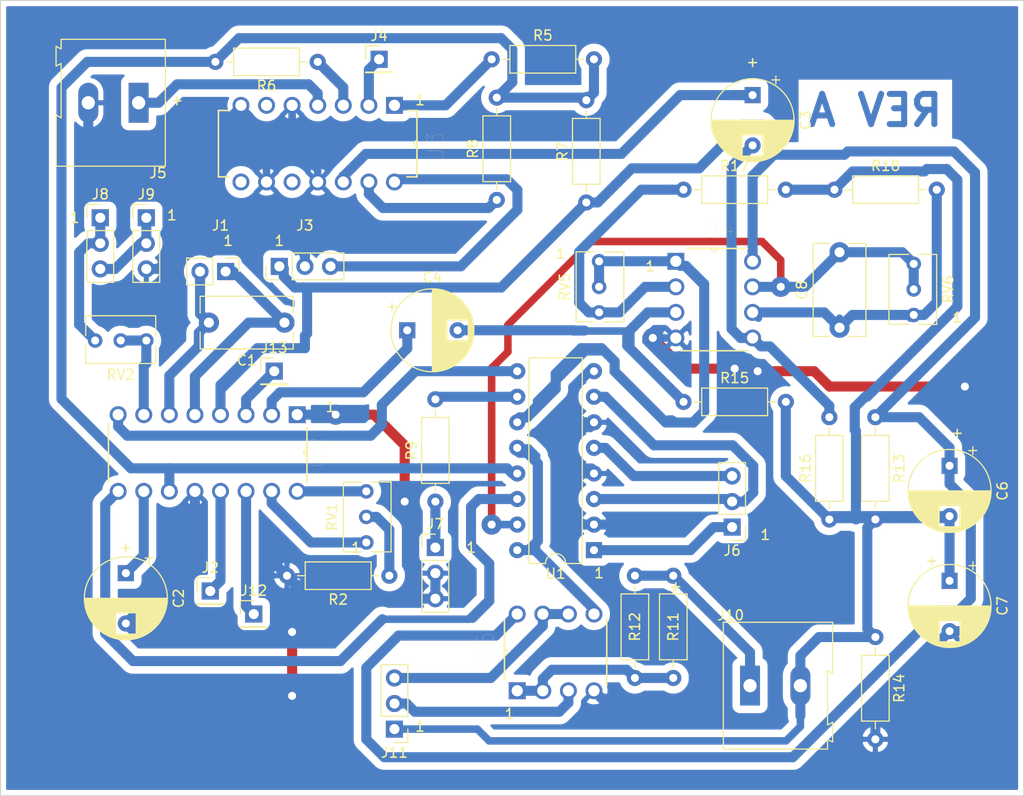
<source format=kicad_pcb>
(kicad_pcb (version 20211014) (generator pcbnew)
  (layers (0 "F.Cu" signal) (31 "B.Cu" signal) (34 "B.Paste" user) (35 "F.Paste" user) (36 "B.SilkS" user "B.Silkscreen") (37 "F.SilkS" user "F.Silkscreen") (38 "B.Mask" user) (39 "F.Mask" user) (44 "Edge.Cuts" user))
  (net 0 "")
  (net 1 "Net-(C1-Pad2)")
  (net 2 "Net-(C1-Pad1)")
  (net 3 "GND")
  (net 4 "Net-(C2-Pad1)")
  (net 5 "Net-(C3-Pad2)")
  (net 6 "Net-(C3-Pad1)")
  (net 7 "Net-(C4-Pad2)")
  (net 8 "Net-(C4-Pad1)")
  (net 9 "Net-(C6-Pad2)")
  (net 10 "Net-(C6-Pad1)")
  (net 11 "Net-(C8-Pad2)")
  (net 12 "Net-(C8-Pad1)")
  (net 13 "Net-(J2-Pad1)")
  (net 14 "Net-(J4-Pad1)")
  (net 15 "Net-(J5-Pad1)")
  (net 16 "Net-(J6-Pad3)")
  (net 17 "Net-(J6-Pad2)")
  (net 18 "Net-(J6-Pad1)")
  (net 19 "Net-(J7-Pad1)")
  (net 20 "Net-(J8-Pad3)")
  (net 21 "Net-(J8-Pad1)")
  (net 22 "Net-(J10-Pad1)")
  (net 23 "Net-(J11-Pad3)")
  (net 24 "Net-(J11-Pad2)")
  (net 25 "Net-(R2-Pad1)")
  (net 26 "Net-(R5-Pad1)")
  (net 27 "Net-(R6-Pad1)")
  (net 28 "Net-(R8-Pad1)")
  (net 29 "Net-(R9-Pad2)")
  (net 30 "Net-(R11-Pad1)")
  (net 31 "Net-(R17-Pad1)")
  (net 32 "Net-(RV1-Pad3)")
  (net 33 "Net-(RV1-Pad1)")
  (net 34 "Net-(RV5-Pad1)")
  (net 35 "Net-(U1-Pad12)")
  (net 36 "Net-(U1-Pad14)")
  (net 37 "Net-(U3-Pad10)")
  (net 38 "Net-(U3-Pad8)")
  (net 39 "Net-(U3-Pad6)")
  (net 40 "Net-(J3-Pad3)")
  (net 41 "Net-(J12-Pad1)")
  (net 42 "Net-(J13-Pad1)")
  (net 43 "Net-(R5-Pad2)")
  (net 44 "Net-(U1-Pad9)")
  (net 45 "Net-(RV2-Pad2)")
  (footprint "Connector_PinHeader_2.54mm:PinHeader_1x01_P2.54mm_Vertical" (layer "F.Cu") (at 140.462 114.808)
    (fp_text reference "J2")
    (fp_text value "WaveA1")
  )
  (footprint "Connector_PinHeader_2.54mm:PinHeader_1x01_P2.54mm_Vertical" (layer "F.Cu") (at 144.78 117.094)
    (fp_text reference "J12")
    (fp_text value "WaveA2")
  )
  (footprint "Connector_PinHeader_2.54mm:PinHeader_1x01_P2.54mm_Vertical" (layer "F.Cu") (at 146.812 92.964)
    (fp_text reference "J13")
    (fp_text value "MO")
  )
  (footprint "Capacitor_THT:C_Disc_D9.0mm_W5.0mm_P7.50mm" (layer "F.Cu") (at 147.828 88.138 180)
    (fp_text reference "C1")
    (fp_text value "100pF")
  )
  (footprint "Capacitor_THT:CP_Radial_D8.0mm_P5.00mm" (layer "F.Cu") (at 132.08 113.03 -90)
    (fp_text reference "C2")
    (fp_text value "10uF")
  )
  (footprint "Capacitor_THT:CP_Radial_D8.0mm_P5.00mm" (layer "F.Cu") (at 194.31 65.532 -90)
    (fp_text reference "C3")
    (fp_text value "10u")
  )
  (footprint "Capacitor_THT:CP_Radial_D8.0mm_P5.00mm" (layer "F.Cu") (at 160.02 88.9)
    (fp_text reference "C4")
    (fp_text value "1u")
  )
  (footprint "Resistor_THT:R_Axial_DIN0207_L6.3mm_D2.5mm_P10.16mm_Horizontal" (layer "F.Cu") (at 202.438 74.93)
    (fp_text reference "R18")
    (fp_text value "10k")
  )
  (footprint "Capacitor_THT:CP_Radial_D8.0mm_P5.00mm" (layer "F.Cu") (at 213.868 102.362 -90)
    (fp_text reference "C6")
    (fp_text value "220uF")
  )
  (footprint "Capacitor_THT:CP_Radial_D8.0mm_P5.00mm" (layer "F.Cu") (at 213.868 113.792 -90)
    (fp_text reference "C7")
    (fp_text value "220uF")
  )
  (footprint "Capacitor_THT:C_Disc_D9.0mm_W5.0mm_P7.50mm" (layer "F.Cu") (at 202.946 88.646 90)
    (fp_text reference "C8")
    (fp_text value "100pF")
  )
  (footprint "Connector_PinHeader_2.54mm:PinHeader_1x02_P2.54mm_Vertical" (layer "F.Cu") (at 141.986 83.058 -90)
    (fp_text reference "J1")
    (fp_text value "FreqRange")
  )
  (footprint "Connector_PinHeader_2.54mm:PinHeader_1x03_P2.54mm_Vertical" (layer "F.Cu") (at 147.32 82.55 90)
    (fp_text reference "J3")
    (fp_text value "12V-GND-5V")
  )
  (footprint "Connector_PinHeader_2.54mm:PinHeader_1x01_P2.54mm_Vertical" (layer "F.Cu") (at 157.226 61.976)
    (fp_text reference "J4")
    (fp_text value "FreqCounterD5 ")
  )
  (footprint "TerminalBlock:TerminalBlock_Altech_AK300-2_P5.00mm" (layer "F.Cu") (at 133.35 66.294 180)
    (fp_text reference "J5")
    (fp_text value "TTL OUT")
  )
  (footprint "Connector_PinHeader_2.54mm:PinHeader_1x03_P2.54mm_Vertical" (layer "F.Cu") (at 192.278 108.458 180)
    (fp_text reference "J6")
    (fp_text value "SIN-TRI-SQU-PWM")
  )
  (footprint "Connector_PinHeader_2.54mm:PinHeader_1x03_P2.54mm_Vertical" (layer "F.Cu") (at 162.814 110.49)
    (fp_text reference "J7")
    (fp_text value "PulseWidth 100k")
  )
  (footprint "Connector_PinHeader_2.54mm:PinHeader_1x03_P2.54mm_Vertical" (layer "F.Cu") (at 129.54 77.724)
    (fp_text reference "J8")
    (fp_text value "FreqCoarse 1M")
  )
  (footprint "Connector_PinHeader_2.54mm:PinHeader_1x03_P2.54mm_Vertical" (layer "F.Cu") (at 134.112 77.724)
    (fp_text reference "J9")
    (fp_text value "FreqFine 10k")
  )
  (footprint "TerminalBlock:TerminalBlock_Altech_AK300-2_P5.00mm" (layer "F.Cu") (at 194.056 124.206)
    (fp_text reference "J10")
    (fp_text value "50 Ohm OUT")
  )
  (footprint "Connector_PinHeader_2.54mm:PinHeader_1x03_P2.54mm_Vertical" (layer "F.Cu") (at 158.75 128.524 180)
    (fp_text reference "J11")
    (fp_text value "OUT Gain 10k")
  )
  (footprint "Resistor_THT:R_Axial_DIN0207_L6.3mm_D2.5mm_P10.16mm_Horizontal" (layer "F.Cu") (at 158.242 113.284 180)
    (fp_text reference "R2")
    (fp_text value "1k")
  )
  (footprint "Resistor_THT:R_Axial_DIN0207_L6.3mm_D2.5mm_P10.16mm_Horizontal" (layer "F.Cu") (at 168.402 61.976)
    (fp_text reference "R5")
    (fp_text value "1k")
  )
  (footprint "Resistor_THT:R_Axial_DIN0207_L6.3mm_D2.5mm_P10.16mm_Horizontal" (layer "F.Cu") (at 151.13 62.23 180)
    (fp_text reference "R6")
    (fp_text value "1k")
  )
  (footprint "Resistor_THT:R_Axial_DIN0207_L6.3mm_D2.5mm_P10.16mm_Horizontal" (layer "F.Cu") (at 177.8 76.2 90)
    (fp_text reference "R7")
    (fp_text value "10k")
  )
  (footprint "Resistor_THT:R_Axial_DIN0207_L6.3mm_D2.5mm_P10.16mm_Horizontal" (layer "F.Cu") (at 168.91 75.946 90)
    (fp_text reference "R8")
    (fp_text value "1k")
  )
  (footprint "Resistor_THT:R_Axial_DIN0207_L6.3mm_D2.5mm_P10.16mm_Horizontal" (layer "F.Cu") (at 162.814 105.918 90)
    (fp_text reference "R9")
    (fp_text value "2k2")
  )
  (footprint "Resistor_THT:R_Axial_DIN0207_L6.3mm_D2.5mm_P10.16mm_Horizontal" (layer "F.Cu") (at 186.436 123.444 90)
    (fp_text reference "R11")
    (fp_text value "100")
  )
  (footprint "Resistor_THT:R_Axial_DIN0207_L6.3mm_D2.5mm_P10.16mm_Horizontal" (layer "F.Cu") (at 182.626 123.444 90)
    (fp_text reference "R12")
    (fp_text value "100")
  )
  (footprint "Resistor_THT:R_Axial_DIN0207_L6.3mm_D2.5mm_P10.16mm_Horizontal" (layer "F.Cu") (at 206.502 97.536 -90)
    (fp_text reference "R13")
    (fp_text value "1k")
  )
  (footprint "Resistor_THT:R_Axial_DIN0207_L6.3mm_D2.5mm_P10.16mm_Horizontal" (layer "F.Cu") (at 206.502 119.38 -90)
    (fp_text reference "R14")
    (fp_text value "1k")
  )
  (footprint "Resistor_THT:R_Axial_DIN0207_L6.3mm_D2.5mm_P10.16mm_Horizontal" (layer "F.Cu") (at 187.452 96.012)
    (fp_text reference "R15")
    (fp_text value "47k")
  )
  (footprint "Resistor_THT:R_Axial_DIN0207_L6.3mm_D2.5mm_P10.16mm_Horizontal" (layer "F.Cu") (at 201.93 107.696 90)
    (fp_text reference "R16")
    (fp_text value "47k")
  )
  (footprint "Potentiometer_THT:Potentiometer_Bourns_3266Y_Vertical" (layer "F.Cu") (at 155.956 104.902 90)
    (fp_text reference "RV1")
    (fp_text value "20k")
  )
  (footprint "Potentiometer_THT:Potentiometer_Bourns_3266Y_Vertical" (layer "F.Cu") (at 179.07 82.042 90)
    (fp_text reference "RV5")
    (fp_text value "20k")
  )
  (footprint "Potentiometer_THT:Potentiometer_Bourns_3266Y_Vertical" (layer "F.Cu") (at 210.312 87.376 -90)
    (fp_text reference "RV6")
    (fp_text value "20k")
  )
  (footprint "Package_DIP:DIP-16_W7.62mm" (layer "F.Cu") (at 178.562 110.744 180)
    (fp_text reference "U1")
    (fp_text value "LTV-847")
  )
  (footprint "XR2206CP-F:DIP254P762X533-16" (layer "F.Cu") (at 131.318 104.902 -90)
    (fp_text reference "U2")
    (fp_text value "XR2206CP-F")
  )
  (footprint "SN74HC14N:DIP254P762X508-14" (layer "F.Cu") (at 143.51 74.168 -90)
    (fp_text reference "U3")
    (fp_text value "74HC14")
  )
  (footprint "NE5532P:DIP254P762X508-8" (layer "F.Cu") (at 194.31 89.662)
    (fp_text reference "U4")
    (fp_text value "NE5532")
  )
  (footprint "NE5532P:DIP254P762X508-8" (layer "F.Cu") (at 178.562 117.094 90)
    (fp_text reference "U5")
    (fp_text value "NE5532")
  )
  (footprint "Resistor_THT:R_Axial_DIN0207_L6.3mm_D2.5mm_P10.16mm_Horizontal" (layer "F.Cu") (at 187.452 74.93)
    (fp_text reference "R17")
    (fp_text value "10k")
  )
  (footprint "Potentiometer_THT:Potentiometer_Bourns_3266Y_Vertical" (layer "F.Cu") (at 129.032 89.916 180)
    (fp_text reference "RV2")
    (fp_text value "50k")
  )
  (gr_line (start 119.634 135.128) (end 119.634 56.134) (layer "Edge.Cuts") (width 0.1))
  (gr_line (start 221.234 135.128) (end 119.634 135.128) (layer "Edge.Cuts") (width 0.1))
  (gr_line (start 221.234 56.134) (end 221.234 135.128) (layer "Edge.Cuts") (width 0.1))
  (gr_line (start 119.634 56.134) (end 221.234 56.134) (layer "Edge.Cuts") (width 0.1))
  (gr_text "REV A" (at 206.502 67.056) (layer "B.Cu") (effects (font (size 3 3) (thickness 0.6)) (justify mirror)))
  (gr_text "+" (at 194.31 62.23) (layer "F.SilkS") (effects (font (size 1 1))))
  (gr_text "+" (at 137.16 66.04) (layer "F.SilkS") (effects (font (size 1 1))))
  (gr_text "1" (at 127 77.724) (layer "F.SilkS") (effects (font (size 1 1))))
  (gr_text "+" (at 186.69 114.3) (layer "F.SilkS") (effects (font (size 1 1))))
  (gr_text "1" (at 161.29 66.04) (layer "F.SilkS") (effects (font (size 1 1))))
  (gr_text "1\n" (at 152.4 96.52) (layer "F.SilkS") (effects (font (size 1 1))))
  (gr_text "1" (at 184.15 82.55) (layer "F.SilkS") (effects (font (size 1 1))))
  (gr_text "1" (at 161.29 128.27) (layer "F.SilkS") (effects (font (size 1 1))))
  (gr_text "1" (at 166.37 110.49) (layer "F.SilkS") (effects (font (size 1 1))))
  (gr_text "1" (at 147.32 80.01) (layer "F.SilkS") (effects (font (size 1 1))))
  (gr_text "1" (at 175.26 81.28) (layer "F.SilkS") (effects (font (size 1 1))))
  (gr_text "+" (at 214.63 99.06) (layer "F.SilkS") (effects (font (size 1 1))))
  (gr_text "+" (at 132.08 110.49) (layer "F.SilkS") (effects (font (size 1 1))))
  (gr_text "1" (at 179.07 113.03) (layer "F.SilkS") (effects (font (size 1 1))))
  (gr_text "1" (at 142.24 80.01) (layer "F.SilkS") (effects (font (size 1 1))))
  (gr_text "1" (at 170.18 127) (layer "F.SilkS") (effects (font (size 1 1))))
  (gr_text "1" (at 136.652 77.47) (layer "F.SilkS") (effects (font (size 1 1))))
  (gr_text "1" (at 195.58 109.22) (layer "F.SilkS") (effects (font (size 1 1))))
  (gr_text "1" (at 214.63 87.63) (layer "F.SilkS") (effects (font (size 1 1))))
  (gr_text "+" (at 212.09 111.76) (layer "F.SilkS") (effects (font (size 1 1))))
  (gr_text "1" (at 154.94 110.49) (layer "F.SilkS") (effects (font (size 1 1))))
  (segment (start 139.446 87.256) (end 140.328 88.138) (width 1) (layer "B.Cu") (net 1))
  (segment (start 140.328 88.138) (end 139.328001 89.137999) (width 1) (layer "B.Cu") (net 1))
  (segment (start 136.398 96.096607) (end 136.398 97.282) (width 1) (layer "B.Cu") (net 1))
  (segment (start 136.398 93.40319) (end 136.398 96.096607) (width 1) (layer "B.Cu") (net 1))
  (segment (start 139.446 83.058) (end 139.446 87.256) (width 1) (layer "B.Cu") (net 1))
  (segment (start 139.328001 89.137999) (end 139.328001 90.473189) (width 1) (layer "B.Cu") (net 1))
  (segment (start 139.328001 90.473189) (end 136.398 93.40319) (width 1) (layer "B.Cu") (net 1))
  (segment (start 142.748 83.058) (end 147.828 88.138) (width 1) (layer "B.Cu") (net 2))
  (segment (start 138.938 93.472) (end 138.938 97.282) (width 1) (layer "B.Cu") (net 2))
  (segment (start 144.272 88.138) (end 138.938 93.472) (width 1) (layer "B.Cu") (net 2))
  (segment (start 141.986 83.058) (end 142.748 83.058) (width 1) (layer "B.Cu") (net 2))
  (segment (start 147.828 88.138) (end 144.272 88.138) (width 1) (layer "B.Cu") (net 2))
  (segment (start 200.419998 92.964) (end 194.818 92.964) (width 1) (layer "F.Cu") (net 3))
  (segment (start 159.766 100.33) (end 159.766 105.918) (width 1) (layer "F.Cu") (net 3))
  (segment (start 201.943998 94.488) (end 200.419998 92.964) (width 1) (layer "F.Cu") (net 3))
  (segment (start 192.532 92.71) (end 187.452 92.71) (width 1) (layer "F.Cu") (net 3))
  (segment (start 148.59 118.872) (end 148.59 125.222) (width 1) (layer "F.Cu") (net 3))
  (segment (start 187.452 92.71) (end 184.404 89.662) (width 1) (layer "F.Cu") (net 3))
  (segment (start 156.718 97.282) (end 159.766 100.33) (width 1) (layer "F.Cu") (net 3))
  (segment (start 215.392 94.488) (end 201.943998 94.488) (width 1) (layer "F.Cu") (net 3))
  (segment (start 152.908 97.282) (end 156.718 97.282) (width 1) (layer "F.Cu") (net 3))
  (via (at 184.404 89.662) (size 2) (drill 0.8) (layers "F.Cu" "B.Cu") (net 3))
  (via (at 192.532 92.71) (size 2) (drill 0.8) (layers "F.Cu" "B.Cu") (net 3))
  (via (at 148.59 118.872) (size 2) (drill 0.8) (layers "F.Cu" "B.Cu") (net 3))
  (via (at 148.59 125.222) (size 2) (drill 0.8) (layers "F.Cu" "B.Cu") (net 3))
  (via (at 194.818 92.964) (size 2) (drill 0.8) (layers "F.Cu" "B.Cu") (net 3))
  (via (at 159.766 105.918) (size 2) (drill 0.8) (layers "F.Cu" "B.Cu") (net 3))
  (via (at 152.908 97.282) (size 2) (drill 0.8) (layers "F.Cu" "B.Cu") (net 3))
  (via (at 215.392 94.488) (size 2) (drill 0.8) (layers "F.Cu" "B.Cu") (net 3))
  (segment (start 184.404 89.662) (end 184.404 89.662) (width 0.75) (layer "B.Cu") (net 3))
  (segment (start 146.558 109.982) (end 146.558 109.982) (width 0.75) (layer "B.Cu") (net 3))
  (segment (start 182.88 108.204) (end 182.88 108.204) (width 1) (layer "B.Cu") (net 3))
  (segment (start 150.114 78.74) (end 150.114 78.74) (width 1) (layer "B.Cu") (net 3))
  (segment (start 128.35 69.274) (end 128.35 66.294) (width 1) (layer "B.Cu") (net 3))
  (segment (start 142.875 69.469) (end 138.938 73.406) (width 1) (layer "B.Cu") (net 3))
  (segment (start 178.201001 98.658999) (end 177.637999 98.658999) (width 0.75) (layer "B.Cu") (net 3))
  (segment (start 143.51 68.834) (end 142.875 69.469) (width 1) (layer "B.Cu") (net 3))
  (segment (start 148.556041 80.043959) (end 148.810041 80.043959) (width 1) (layer "B.Cu") (net 3))
  (segment (start 178.252998 92.964) (end 176.636999 94.579999) (width 0.75) (layer "B.Cu") (net 3))
  (segment (start 187.420001 121.393999) (end 185.803539 121.393999) (width 1) (layer "B.Cu") (net 3))
  (segment (start 143.51 66.548) (end 142.671801 67.386199) (width 0.75) (layer "B.Cu") (net 3))
  (segment (start 185.504607 89.662) (end 184.404 89.662) (width 0.75) (layer "B.Cu") (net 3))
  (segment (start 142.671801 70.180199) (end 140.208 72.644) (width 0.75) (layer "B.Cu") (net 3))
  (segment (start 177.251998 108.204) (end 176.511999 108.943999) (width 1) (layer "B.Cu") (net 3))
  (segment (start 148.59 70.442607) (end 148.59 67.733393) (width 0.75) (layer "B.Cu") (net 3))
  (segment (start 132.08 118.03) (end 133.21137 118.03) (width 0.75) (layer "B.Cu") (net 3))
  (segment (start 188.486001 122.459999) (end 187.420001 121.393999) (width 1) (layer "B.Cu") (net 3))
  (segment (start 218.148021 115.861979) (end 215.218 118.792) (width 1) (layer "B.Cu") (net 3))
  (segment (start 218.148021 61.530019) (end 218.148021 115.861979) (width 1) (layer "B.Cu") (net 3))
  (segment (start 132.879999 118.829999) (end 132.08 118.03) (width 1) (layer "B.Cu") (net 3))
  (segment (start 177.43063 108.204) (end 176.511999 107.285369) (width 1) (layer "B.Cu") (net 3))
  (segment (start 176.511999 107.285369) (end 176.511999 104.042631) (width 1) (layer "B.Cu") (net 3))
  (segment (start 177.577999 102.634001) (end 176.511999 101.568001) (width 1) (layer "B.Cu") (net 3))
  (segment (start 176.636999 107.410369) (end 177.43063 108.204) (width 0.75) (layer "B.Cu") (net 3))
  (segment (start 138.938 73.66) (end 139.192 73.66) (width 1) (layer "B.Cu") (net 3))
  (segment (start 138.938 111.172) (end 132.08 118.03) (width 1) (layer "B.Cu") (net 3))
  (segment (start 150.368 115.57) (end 162.814 115.57) (width 1) (layer "B.Cu") (net 3))
  (segment (start 176.636999 94.579999) (end 176.636999 97.642999) (width 0.75) (layer "B.Cu") (net 3))
  (segment (start 148.082 113.284) (end 148.881999 114.083999) (width 1) (layer "B.Cu") (net 3))
  (segment (start 144.526 78.994) (end 147.574 78.994) (width 1) (layer "B.Cu") (net 3))
  (segment (start 141.732 76.454) (end 144.526 78.994) (width 0.75) (layer "B.Cu") (net 3))
  (segment (start 143.51 66.913538) (end 143.51 66.548) (width 0.75) (layer "B.Cu") (net 3))
  (segment (start 144.526 78.994) (end 147.506081 78.994) (width 0.75) (layer "B.Cu") (net 3))
  (segment (start 148.082 113.284) (end 150.368 115.57) (width 1) (layer "B.Cu") (net 3))
  (segment (start 217.678 61.059998) (end 218.148021 61.530019) (width 1) (layer "B.Cu") (net 3))
  (segment (start 142.671801 67.386199) (end 142.671801 70.180199) (width 0.75) (layer "B.Cu") (net 3))
  (segment (start 149.86 82.55) (end 149.86 81.347919) (width 1) (layer "B.Cu") (net 3))
  (segment (start 206.502 126.158) (end 213.068001 119.591999) (width 1) (layer "B.Cu") (net 3))
  (segment (start 178.562 98.044) (end 178.562 98.298) (width 0.75) (layer "B.Cu") (net 3))
  (segment (start 148.556041 80.043959) (end 147.828 79.315919) (width 1) (layer "B.Cu") (net 3))
  (segment (start 151.13 72.982607) (end 148.59 70.442607) (width 0.75) (layer "B.Cu") (net 3))
  (segment (start 141.664081 76.454) (end 141.732 76.454) (width 1) (layer "B.Cu") (net 3))
  (segment (start 146.558 109.982) (end 146.558 111.76) (width 1) (layer "B.Cu") (net 3))
  (segment (start 146.743999 119.194001) (end 133.244001 119.194001) (width 1) (layer "B.Cu") (net 3))
  (segment (start 178.562 108.204) (end 177.251998 108.204) (width 1) (layer "B.Cu") (net 3))
  (segment (start 186.69 89.662) (end 185.504607 89.662) (width 0.75) (layer "B.Cu") (net 3))
  (segment (start 176.511999 104.042631) (end 177.43063 103.124) (width 1) (layer "B.Cu") (net 3))
  (segment (start 177.43063 98.044) (end 178.562 98.044) (width 1) (layer "B.Cu") (net 3))
  (segment (start 133.244001 119.194001) (end 132.879999 118.829999) (width 1) (layer "B.Cu") (net 3))
  (segment (start 176.636999 112.263461) (end 185.785538 121.412) (width 0.75) (layer "B.Cu") (net 3))
  (segment (start 215.218 118.792) (end 214.99937 118.792) (width 1) (layer "B.Cu") (net 3))
  (segment (start 151.13 74.168) (end 151.13 72.982607) (width 0.75) (layer "B.Cu") (net 3))
  (segment (start 213.068001 119.591999) (end 213.868 118.792) (width 1) (layer "B.Cu") (net 3))
  (segment (start 188.361001 122.519999) (end 188.361001 124.368001) (width 0.75) (layer "B.Cu") (net 3))
  (segment (start 206.502 129.54) (end 206.502 126.158) (width 1) (layer "B.Cu") (net 3))
  (segment (start 142.671801 70.180199) (end 143.16531 69.68669) (width 0.75) (layer "B.Cu") (net 3))
  (segment (start 148.59 67.733393) (end 148.59 66.548) (width 0.75) (layer "B.Cu") (net 3))
  (segment (start 176.511999 98.962631) (end 177.43063 98.044) (width 1) (layer "B.Cu") (net 3))
  (segment (start 148.881999 117.056001) (end 146.743999 119.194001) (width 1) (layer "B.Cu") (net 3))
  (segment (start 179.400199 125.552199) (end 178.562 124.714) (width 0.75) (layer "B.Cu") (net 3))
  (segment (start 176.636999 103.917631) (end 176.636999 107.410369) (width 0.75) (layer "B.Cu") (net 3))
  (segment (start 149.86 81.347919) (end 148.556041 80.043959) (width 1) (layer "B.Cu") (net 3))
  (segment (start 215.998001 59.379999) (end 217.678 61.059998) (width 1) (layer "B.Cu") (net 3))
  (segment (start 147.506081 78.994) (end 149.098 80.518) (width 0.75) (layer "B.Cu") (net 3))
  (segment (start 138.938 73.66) (end 132.842 73.66) (width 1) (layer "B.Cu") (net 3))
  (segment (start 185.785538 121.364128) (end 176.660935 112.239525) (width 1) (layer "B.Cu") (net 3))
  (segment (start 129.032 69.85) (end 128.926 69.85) (width 1) (layer "B.Cu") (net 3))
  (segment (start 139.192 73.66) (end 144.526 78.994) (width 1) (layer "B.Cu") (net 3))
  (segment (start 162.814 113.03) (end 162.814 115.57) (width 1) (layer "B.Cu") (net 3))
  (segment (start 146.05 74.168) (end 146.05 69.453538) (width 0.75) (layer "B.Cu") (net 3))
  (segment (start 146.05 69.453538) (end 143.51 66.913538) (width 0.75) (layer "B.Cu") (net 3))
  (segment (start 178.562 92.81261) (end 178.413 92.66361) (width 1) (layer "B.Cu") (net 3))
  (segment (start 176.636999 102.468999) (end 177.292 103.124) (width 0.75) (layer "B.Cu") (net 3))
  (segment (start 176.636999 107.410369) (end 176.636999 112.263461) (width 0.75) (layer "B.Cu") (net 3))
  (segment (start 178.562 108.204) (end 177.43063 108.204) (width 1) (layer "B.Cu") (net 3))
  (segment (start 178.562 98.298) (end 178.201001 98.658999) (width 0.75) (layer "B.Cu") (net 3))
  (segment (start 187.494003 59.379999) (end 193.858001 59.379999) (width 1) (layer "B.Cu") (net 3))
  (segment (start 138.938 73.66) (end 139.954 73.66) (width 0.75) (layer "B.Cu") (net 3))
  (segment (start 178.562 103.124) (end 178.562 102.87) (width 1) (layer "B.Cu") (net 3))
  (segment (start 148.881999 114.083999) (end 148.881999 117.056001) (width 1) (layer "B.Cu") (net 3))
  (segment (start 188.486001 124.428001) (end 188.486001 122.459999) (width 1) (layer "B.Cu") (net 3))
  (segment (start 149.098 80.518) (end 149.86 81.347919) (width 0.75) (layer "B.Cu") (net 3))
  (segment (start 176.636999 97.642999) (end 177.038 98.044) (width 0.75) (layer "B.Cu") (net 3))
  (segment (start 132.842 73.66) (end 129.032 69.85) (width 1) (layer "B.Cu") (net 3))
  (segment (start 178.562 108.204) (end 182.88 108.204) (width 1) (layer "B.Cu") (net 3))
  (segment (start 176.511999 108.943999) (end 176.511999 112.090589) (width 1) (layer "B.Cu") (net 3))
  (segment (start 178.562 102.87) (end 178.326001 102.634001) (width 1) (layer "B.Cu") (net 3))
  (segment (start 177.405002 69.469) (end 187.494003 59.379999) (width 1) (layer "B.Cu") (net 3))
  (segment (start 185.785538 121.412) (end 185.785538 121.364128) (width 1) (layer "B.Cu") (net 3))
  (segment (start 177.43063 103.124) (end 178.562 103.124) (width 1) (layer "B.Cu") (net 3))
  (segment (start 147.574 78.994) (end 147.828 79.248) (width 1) (layer "B.Cu") (net 3))
  (segment (start 177.038 98.044) (end 177.43063 98.044) (width 0.75) (layer "B.Cu") (net 3))
  (segment (start 148.810041 80.043959) (end 150.114 78.74) (width 1) (layer "B.Cu") (net 3))
  (segment (start 178.562 92.964) (end 178.562 92.81261) (width 1) (layer "B.Cu") (net 3))
  (segment (start 139.954 73.66) (end 140.208 74.676) (width 0.75) (layer "B.Cu") (net 3))
  (segment (start 138.938 73.406) (end 138.938 73.66) (width 1) (layer "B.Cu") (net 3))
  (segment (start 142.875 69.469) (end 177.405002 69.469) (width 1) (layer "B.Cu") (net 3))
  (segment (start 140.208 74.676) (end 141.732 76.454) (width 0.75) (layer "B.Cu") (net 3))
  (segment (start 134.112 82.804) (end 135.314081 82.804) (width 1) (layer "B.Cu") (net 3))
  (segment (start 187.176803 125.552199) (end 179.400199 125.552199) (width 0.75) (layer "B.Cu") (net 3))
  (segment (start 176.636999 99.659999) (end 176.636999 102.468999) (width 0.75) (layer "B.Cu") (net 3))
  (segment (start 178.562 92.964) (end 178.252998 92.964) (width 0.75) (layer "B.Cu") (net 3))
  (segment (start 178.326001 102.634001) (end 177.577999 102.634001) (width 1) (layer "B.Cu") (net 3))
  (segment (start 177.43063 103.124) (end 176.636999 103.917631) (width 0.75) (layer "B.Cu") (net 3))
  (segment (start 178.562 124.714) (end 179.342001 125.494001) (width 1) (layer "B.Cu") (net 3))
  (segment (start 187.420001 125.494001) (end 188.486001 124.428001) (width 1) (layer "B.Cu") (net 3))
  (segment (start 193.858001 59.379999) (end 215.998001 59.379999) (width 1) (layer "B.Cu") (net 3))
  (segment (start 147.828 79.315919) (end 147.828 79.248) (width 1) (layer "B.Cu") (net 3))
  (segment (start 135.314081 82.804) (end 141.664081 76.454) (width 1) (layer "B.Cu") (net 3))
  (segment (start 140.208 72.644) (end 139.954 73.66) (width 0.75) (layer "B.Cu") (net 3))
  (segment (start 177.292 103.124) (end 177.43063 103.124) (width 0.75) (layer "B.Cu") (net 3))
  (segment (start 176.511999 101.568001) (end 176.511999 98.962631) (width 1) (layer "B.Cu") (net 3))
  (segment (start 178.413 92.66361) (end 176.511999 94.564611) (width 1) (layer "B.Cu") (net 3))
  (segment (start 143.51 66.548) (end 143.51 68.834) (width 1) (layer "B.Cu") (net 3))
  (segment (start 138.938 104.902) (end 138.938 111.172) (width 1) (layer "B.Cu") (net 3))
  (segment (start 177.43063 98.044) (end 176.511999 97.125369) (width 1) (layer "B.Cu") (net 3))
  (segment (start 147.574 78.994) (end 149.098 80.518) (width 1) (layer "B.Cu") (net 3))
  (segment (start 185.803539 121.393999) (end 185.785538 121.412) (width 1) (layer "B.Cu") (net 3))
  (segment (start 188.361001 124.368001) (end 187.176803 125.552199) (width 0.75) (layer "B.Cu") (net 3))
  (segment (start 176.511999 97.125369) (end 176.511999 94.564611) (width 1) (layer "B.Cu") (net 3))
  (segment (start 148.59 70.442607) (end 147.039069 70.442607) (width 0.75) (layer "B.Cu") (net 3))
  (segment (start 179.342001 125.494001) (end 187.420001 125.494001) (width 1) (layer "B.Cu") (net 3))
  (segment (start 149.098 97.282) (end 152.908 97.282) (width 1) (layer "B.Cu") (net 3))
  (segment (start 146.558 111.76) (end 148.082 113.284) (width 1) (layer "B.Cu") (net 3))
  (segment (start 215.307334 118.792) (end 214.99937 118.792) (width 0.75) (layer "B.Cu") (net 3))
  (segment (start 214.99937 118.792) (end 213.868 118.792) (width 1) (layer "B.Cu") (net 3))
  (segment (start 147.039069 70.442607) (end 146.05 69.453538) (width 0.75) (layer "B.Cu") (net 3))
  (segment (start 128.926 69.85) (end 128.35 69.274) (width 1) (layer "B.Cu") (net 3))
  (segment (start 177.637999 98.658999) (end 176.636999 99.659999) (width 0.75) (layer "B.Cu") (net 3))
  (segment (start 132.08 113.03) (end 133.858 111.252) (width 1) (layer "B.Cu") (net 4))
  (segment (start 133.858 111.252) (end 133.858 104.902) (width 1) (layer "B.Cu") (net 4))
  (segment (start 195.148199 90.500199) (end 196.025569 90.500199) (width 1) (layer "B.Cu") (net 5))
  (segment (start 192.221799 88.759192) (end 193.124607 89.662) (width 1) (layer "B.Cu") (net 5))
  (segment (start 194.31 89.662) (end 195.148199 90.500199) (width 1) (layer "B.Cu") (net 5))
  (segment (start 201.93 96.40463) (end 201.93 97.536) (width 1) (layer "B.Cu") (net 5))
  (segment (start 194.31 70.532) (end 192.221799 72.620201) (width 1) (layer "B.Cu") (net 5))
  (segment (start 196.025569 90.500199) (end 201.93 96.40463) (width 1) (layer "B.Cu") (net 5))
  (segment (start 193.124607 89.662) (end 194.31 89.662) (width 1) (layer "B.Cu") (net 5))
  (segment (start 194.0304 89.662) (end 194.31 89.662) (width 0.75) (layer "B.Cu") (net 5))
  (segment (start 192.221799 72.620201) (end 192.221799 88.759192) (width 1) (layer "B.Cu") (net 5))
  (segment (start 187.124483 65.532) (end 194.31 65.532) (width 1) (layer "B.Cu") (net 6))
  (segment (start 181.282483 71.374) (end 187.124483 65.532) (width 1) (layer "B.Cu") (net 6))
  (segment (start 153.67 73.8884) (end 153.67 74.168) (width 0.75) (layer "B.Cu") (net 6))
  (segment (start 155.913462 71.374) (end 181.282483 71.374) (width 1) (layer "B.Cu") (net 6))
  (segment (start 194.31 65.532) (end 192.3847 65.532) (width 0.75) (layer "B.Cu") (net 6))
  (segment (start 194.31 65.532) (end 192.51 65.532) (width 1) (layer "B.Cu") (net 6))
  (segment (start 153.67 74.168) (end 153.67 73.617462) (width 1) (layer "B.Cu") (net 6))
  (segment (start 153.67 73.617462) (end 155.913462 71.374) (width 1) (layer "B.Cu") (net 6))
  (segment (start 165.02 88.9) (end 176.539133 88.9) (width 1) (layer "B.Cu") (net 7))
  (segment (start 165.02 88.9) (end 165.0966 88.9766) (width 0.75) (layer "B.Cu") (net 7))
  (segment (start 181.864 89.167998) (end 181.864 90.424) (width 1) (layer "B.Cu") (net 7))
  (segment (start 184.0813 87.122) (end 186.69 87.122) (width 0.75) (layer "B.Cu") (net 7))
  (segment (start 176.567123 88.92799) (end 177.6226 88.92799) (width 1) (layer "B.Cu") (net 7))
  (segment (start 181.864 90.424) (end 186.652001 95.212001) (width 1) (layer "B.Cu") (net 7))
  (segment (start 183.909998 87.122) (end 181.864 89.167998) (width 1) (layer "B.Cu") (net 7))
  (segment (start 165.0966 88.9766) (end 182.2267 88.9766) (width 0.75) (layer "B.Cu") (net 7))
  (segment (start 176.539133 88.9) (end 176.567123 88.92799) (width 1) (layer "B.Cu") (net 7))
  (segment (start 186.69 87.122) (end 183.909998 87.122) (width 1) (layer "B.Cu") (net 7))
  (segment (start 187.452 96.012) (end 182.2267 90.7867) (width 0.75) (layer "B.Cu") (net 7))
  (segment (start 182.2267 90.7867) (end 182.2267 88.9766) (width 0.75) (layer "B.Cu") (net 7))
  (segment (start 186.652001 95.212001) (end 187.452 96.012) (width 1) (layer "B.Cu") (net 7))
  (segment (start 182.2267 88.9766) (end 184.0813 87.122) (width 0.75) (layer "B.Cu") (net 7))
  (segment (start 146.558 97.282) (end 146.558 95.895598) (width 1) (layer "B.Cu") (net 8))
  (segment (start 146.558 95.895598) (end 147.389597 95.064001) (width 1) (layer "B.Cu") (net 8))
  (segment (start 155.655999 95.064001) (end 160.02 90.7) (width 1) (layer "B.Cu") (net 8))
  (segment (start 147.389597 95.064001) (end 155.655999 95.064001) (width 1) (layer "B.Cu") (net 8))
  (segment (start 160.02 90.7) (end 160.02 88.9) (width 1) (layer "B.Cu") (net 8))
  (segment (start 197.634898 129.69299) (end 168.148 129.69299) (width 0.75) (layer "B.Cu") (net 9))
  (segment (start 205.702001 118.580001) (end 206.502 119.38) (width 1) (layer "B.Cu") (net 9))
  (segment (start 213.868 107.696) (end 213.868 113.792) (width 0.75) (layer "B.Cu") (net 9))
  (segment (start 200.902 119.38) (end 199.056 121.226) (width 1) (layer "B.Cu") (net 9))
  (segment (start 213.868 107.696) (end 208.4273 107.696) (width 0.75) (layer "B.Cu") (net 9))
  (segment (start 213.868 113.792) (end 213.868 107.362) (width 1) (layer "B.Cu") (net 9))
  (segment (start 207.4647 107.696) (end 208.4273 107.696) (width 0.75) (layer "B.Cu") (net 9))
  (segment (start 204.2509 73.1171) (end 211.376898 73.1171) (width 1) (layer "B.Cu") (net 9))
  (segment (start 202.574 119.38) (end 206.502 119.38) (width 0.75) (layer "B.Cu") (net 9))
  (segment (start 204.5732 107.696) (end 204.5732 98.9092) (width 1) (layer "B.Cu") (net 9))
  (segment (start 199.056 127.186) (end 199.056 128.271888) (width 0.75) (layer "B.Cu") (net 9))
  (segment (start 158.778211 128.552211) (end 158.75 128.524) (width 1) (layer "B.Cu") (net 9))
  (segment (start 204.3759 72.9921) (end 202.438 74.93) (width 0.75) (layer "B.Cu") (net 9))
  (segment (start 168.148 129.69299) (end 166.97901 128.524) (width 0.75) (layer "B.Cu") (net 9))
  (segment (start 214.648001 86.533118) (end 205.69512 95.485999) (width 1) (layer "B.Cu") (net 9))
  (segment (start 211.376898 73.1171) (end 211.613999 72.879999) (width 1) (layer "B.Cu") (net 9))
  (segment (start 204.5732 107.696) (end 204.5732 96.6717) (width 0.75) (layer "B.Cu") (net 9))
  (segment (start 199.056 121.226) (end 199.056 124.206) (width 1) (layer "B.Cu") (net 9))
  (segment (start 213.582001 72.879999) (end 214.648001 73.945999) (width 1) (layer "B.Cu") (net 9))
  (segment (start 214.648001 73.945999) (end 214.648001 86.533118) (width 1) (layer "B.Cu") (net 9))
  (segment (start 197.612 96.012) (end 197.612 103.378) (width 1) (layer "B.Cu") (net 9))
  (segment (start 199.056 124.54) (end 199.056 121.158) (width 0.75) (layer "B.Cu") (net 9))
  (segment (start 202.264 107.362) (end 201.93 107.696) (width 1) (layer "B.Cu") (net 9))
  (segment (start 205.702001 108.495999) (end 205.702001 118.580001) (width 1) (layer "B.Cu") (net 9))
  (segment (start 199.056 128.271888) (end 197.634898 129.69299) (width 0.75) (layer "B.Cu") (net 9))
  (segment (start 206.502 107.696) (end 205.702001 108.495999) (width 1) (layer "B.Cu") (net 9))
  (segment (start 205.69512 95.485999) (end 205.517999 95.485999) (width 1) (layer "B.Cu") (net 9))
  (segment (start 213.868 107.362) (end 213.868 107.696) (width 0.75) (layer "B.Cu") (net 9))
  (segment (start 166.97901 128.524) (end 158.75 128.524) (width 0.75) (layer "B.Cu") (net 9))
  (segment (start 213.868 107.362) (end 202.264 107.362) (width 1) (layer "B.Cu") (net 9))
  (segment (start 199.056 124.206) (end 199.056 127.186) (width 1) (layer "B.Cu") (net 9))
  (segment (start 202.438 74.93) (end 204.2509 73.1171) (width 1) (layer "B.Cu") (net 9))
  (segment (start 207.4647 107.696) (end 206.502 107.696) (width 0.75) (layer "B.Cu") (net 9))
  (segment (start 204.451999 98.787999) (end 204.451999 96.551999) (width 1) (layer "B.Cu") (net 9))
  (segment (start 211.613999 72.879999) (end 213.582001 72.879999) (width 1) (layer "B.Cu") (net 9))
  (segment (start 206.502 107.696) (end 204.5732 107.696) (width 0.75) (layer "B.Cu") (net 9))
  (segment (start 204.5732 107.696) (end 201.93 107.696) (width 0.75) (layer "B.Cu") (net 9))
  (segment (start 206.502 119.38) (end 200.902 119.38) (width 1) (layer "B.Cu") (net 9))
  (segment (start 197.612 103.378) (end 201.93 107.696) (width 1) (layer "B.Cu") (net 9))
  (segment (start 204.5732 98.9092) (end 204.451999 98.787999) (width 1) (layer "B.Cu") (net 9))
  (segment (start 205.517999 95.485999) (end 204.451999 96.551999) (width 1) (layer "B.Cu") (net 9))
  (segment (start 197.612 74.93) (end 202.438 74.93) (width 1) (layer "B.Cu") (net 9))
  (segment (start 213.868 102.362) (end 213.868 100.4367) (width 0.75) (layer "B.Cu") (net 10))
  (segment (start 145.7296 90.7161) (end 141.478 94.9677) (width 0.75) (layer "B.Cu") (net 10))
  (segment (start 203.763124 71.129989) (end 214.306878 71.129989) (width 1) (layer "B.Cu") (net 10))
  (segment (start 213.868 100.562) (end 213.868 102.362) (width 1) (layer "B.Cu") (net 10))
  (segment (start 149.791999 84.650001) (end 169.349999 84.650001) (width 1) (layer "B.Cu") (net 10))
  (segment (start 213.868 104.162) (end 215.9793 106.2733) (width 1) (layer "B.Cu") (net 10))
  (segment (start 212.883999 116.741999) (end 212.056999 117.568999) (width 1) (layer "B.Cu") (net 10))
  (segment (start 210.842 97.536) (end 213.868 100.562) (width 1) (layer "B.Cu") (net 10))
  (segment (start 168.80489 119.23111) (end 170.942 117.094) (width 1) (layer "B.Cu") (net 10))
  (segment (start 195.294001 68.481999) (end 196.360001 69.547999) (width 1) (layer "B.Cu") (net 10))
  (segment (start 145.147998 90.678) (end 149.86 90.678) (width 1) (layer "B.Cu") (net 10))
  (segment (start 149.86 89.436002) (end 150.078001 89.218001) (width 1) (layer "B.Cu") (net 10))
  (segment (start 169.349999 84.650001) (end 177.000001 76.999999) (width 1) (layer "B.Cu") (net 10))
  (segment (start 206.502 97.536) (end 210.842 97.536) (width 1) (layer "B.Cu") (net 10))
  (segment (start 150.078001 84.936003) (end 149.791999 84.650001) (width 1) (layer "B.Cu") (net 10))
  (segment (start 215.9793 115.555814) (end 214.793115 116.741999) (width 1) (layer "B.Cu") (net 10))
  (segment (start 147.574 82.55) (end 147.759999 82.735999) (width 1) (layer "B.Cu") (net 10))
  (segment (start 216.398011 87.639989) (end 207.301999 96.736001) (width 1) (layer "B.Cu") (net 10))
  (segment (start 141.478 94.9677) (end 141.478 97.282) (width 0.75) (layer "B.Cu") (net 10))
  (segment (start 212.056999 117.568999) (end 212.056999 117.635001) (width 1) (layer "B.Cu") (net 10))
  (segment (start 177.8 76.2) (end 178.93137 76.2) (width 1) (layer "B.Cu") (net 10))
  (segment (start 207.301999 96.736001) (end 206.502 97.536) (width 1) (layer "B.Cu") (net 10))
  (segment (start 194.31 82.042) (end 194.31 73.566002) (width 1) (layer "B.Cu") (net 10))
  (segment (start 194.31 73.424) (end 194.31 82.042) (width 0.75) (layer "B.Cu") (net 10))
  (segment (start 141.478 97.282) (end 141.478 94.347998) (width 1) (layer "B.Cu") (net 10))
  (segment (start 150.078001 89.218001) (end 150.078001 84.936003) (width 1) (layer "B.Cu") (net 10))
  (segment (start 196.2771 69.7627) (end 196.2771 71.4569) (width 0.75) (layer "B.Cu") (net 10))
  (segment (start 147.32 82.55) (end 147.574 82.55) (width 1) (layer "B.Cu") (net 10))
  (segment (start 188.996288 72.81171) (end 193.325999 68.481999) (width 1) (layer "B.Cu") (net 10))
  (segment (start 147.759999 82.735999) (end 147.759999 83.558001) (width 1) (layer "B.Cu") (net 10))
  (segment (start 213.868 102.362) (end 213.868 104.162) (width 1) (layer "B.Cu") (net 10))
  (segment (start 194.31 80.856607) (end 194.31 82.042) (width 1) (layer "B.Cu") (net 10))
  (segment (start 215.9793 106.2733) (end 215.9793 115.555814) (width 1) (layer "B.Cu") (net 10))
  (segment (start 196.2771 71.4569) (end 203.436213 71.4569) (width 1) (layer "B.Cu") (net 10))
  (segment (start 147.759999 83.558001) (end 148.851999 84.650001) (width 1) (layer "B.Cu") (net 10))
  (segment (start 178.93137 76.2) (end 182.31966 72.81171) (width 1) (layer "B.Cu") (net 10))
  (segment (start 214.793115 116.741999) (end 212.883999 116.741999) (width 1) (layer "B.Cu") (net 10))
  (segment (start 148.851999 84.650001) (end 149.791999 84.650001) (width 1) (layer "B.Cu") (net 10))
  (segment (start 177.000001 76.999999) (end 177.8 76.2) (width 1) (layer "B.Cu") (net 10))
  (segment (start 196.360001 69.547999) (end 196.360001 71.516001) (width 1) (layer "B.Cu") (net 10))
  (segment (start 170.942 117.094) (end 168.9294 119.1066) (width 0.75) (layer "B.Cu") (net 10))
  (segment (start 149.86 90.678) (end 149.86 89.436002) (width 1) (layer "B.Cu") (net 10))
  (segment (start 194.31 73.566002) (end 196.508912 71.36709) (width 1) (layer "B.Cu") (net 10))
  (segment (start 194.31 73.566002) (end 194.31 80.856607) (width 1) (layer "B.Cu") (net 10))
  (segment (start 182.31966 72.81171) (end 188.996288 72.81171) (width 1) (layer "B.Cu") (net 10))
  (segment (start 155.956 129.54) (end 157.734 131.318) (width 1) (layer "B.Cu") (net 10))
  (segment (start 216.398011 73.221122) (end 216.398011 87.639989) (width 1) (layer "B.Cu") (net 10))
  (segment (start 198.307998 131.318) (end 212.056999 117.568999) (width 1) (layer "B.Cu") (net 10))
  (segment (start 155.956 122.428) (end 159.15289 119.23111) (width 1) (layer "B.Cu") (net 10))
  (segment (start 159.15289 119.23111) (end 159.2774 119.23111) (width 1) (layer "B.Cu") (net 10))
  (segment (start 203.436213 71.4569) (end 203.763124 71.129989) (width 1) (layer "B.Cu") (net 10))
  (segment (start 214.306878 71.129989) (end 216.398011 73.221122) (width 1) (layer "B.Cu") (net 10))
  (segment (start 159.2774 119.1066) (end 155.956 122.428) (width 0.75) (layer "B.Cu") (net 10))
  (segment (start 168.9294 119.1066) (end 159.2774 119.1066) (width 0.75) (layer "B.Cu") (net 10))
  (segment (start 155.956 122.428) (end 155.956 129.54) (width 1) (layer "B.Cu") (net 10))
  (segment (start 159.15289 119.23111) (end 168.80489 119.23111) (width 1) (layer "B.Cu") (net 10))
  (segment (start 196.360001 71.516001) (end 194.31 73.566002) (width 1) (layer "B.Cu") (net 10))
  (segment (start 157.734 131.318) (end 198.307998 131.318) (width 1) (layer "B.Cu") (net 10))
  (segment (start 148.2603 90.7161) (end 145.7296 90.7161) (width 0.75) (layer "B.Cu") (net 10))
  (segment (start 141.478 94.347998) (end 145.147998 90.678) (width 1) (layer "B.Cu") (net 10))
  (segment (start 196.2771 71.4569) (end 194.31 73.424) (width 0.75) (layer "B.Cu") (net 10))
  (segment (start 193.325999 68.481999) (end 195.294001 68.481999) (width 1) (layer "B.Cu") (net 10))
  (segment (start 197.104 84.582) (end 197.104 81.930462) (width 0.75) (layer "F.Cu") (net 11))
  (segment (start 178.302599 80.078799) (end 170.018 88.363398) (width 0.75) (layer "F.Cu") (net 11))
  (segment (start 197.104 81.930462) (end 195.252337 80.078799) (width 0.75) (layer "F.Cu") (net 11))
  (segment (start 168.402 108.204) (end 168.402 92.655) (width 0.75) (layer "F.Cu") (net 11))
  (segment (start 170.018 88.363398) (end 170.018 91.039) (width 0.75) (layer "F.Cu") (net 11))
  (segment (start 168.402 92.655) (end 170.018 91.039) (width 0.75) (layer "F.Cu") (net 11))
  (segment (start 195.252337 80.078799) (end 178.302599 80.078799) (width 0.75) (layer "F.Cu") (net 11))
  (via (at 197.104 84.582) (size 2) (drill 0.8) (layers "F.Cu" "B.Cu") (net 11))
  (via (at 168.402 108.204) (size 2) (drill 0.8) (layers "F.Cu" "B.Cu") (net 11))
  (segment (start 209.162 81.146) (end 210.312 82.296) (width 1) (layer "B.Cu") (net 11))
  (segment (start 194.31 84.582) (end 199.51 84.582) (width 1) (layer "B.Cu") (net 11))
  (segment (start 210.312 82.296) (end 210.312 84.836) (width 1) (layer "B.Cu") (net 11))
  (segment (start 202.946 81.146) (end 209.162 81.146) (width 1) (layer "B.Cu") (net 11))
  (segment (start 199.51 84.582) (end 202.946 81.146) (width 1) (layer "B.Cu") (net 11))
  (segment (start 194.31 84.582) (end 197.104 84.582) (width 0.75) (layer "B.Cu") (net 11))
  (segment (start 170.942 108.204) (end 168.402 108.204) (width 0.75) (layer "B.Cu") (net 11))
  (segment (start 194.8864 87.6984) (end 194.31 87.122) (width 0.75) (layer "B.Cu") (net 12))
  (segment (start 201.422 87.122) (end 202.946 88.646) (width 1) (layer "B.Cu") (net 12))
  (segment (start 204.216 87.376) (end 202.946 88.646) (width 1) (layer "B.Cu") (net 12))
  (segment (start 212.598 74.93) (end 212.598 86.108233) (width 1) (layer "B.Cu") (net 12))
  (segment (start 194.31 87.122) (end 201.422 87.122) (width 1) (layer "B.Cu") (net 12))
  (segment (start 211.330233 87.376) (end 210.312 87.376) (width 1) (layer "B.Cu") (net 12))
  (segment (start 210.312 87.376) (end 204.216 87.376) (width 1) (layer "B.Cu") (net 12))
  (segment (start 202.946 88.646) (end 202.946 87.6984) (width 0.75) (layer "B.Cu") (net 12))
  (segment (start 212.598 86.108233) (end 211.330233 87.376) (width 1) (layer "B.Cu") (net 12))
  (segment (start 210.312 87.376) (end 209.9896 87.6984) (width 0.75) (layer "B.Cu") (net 12))
  (segment (start 141.478 104.902) (end 141.478 113.792) (width 1) (layer "B.Cu") (net 13))
  (segment (start 141.478 113.792) (end 140.462 114.808) (width 1) (layer "B.Cu") (net 13))
  (segment (start 156.21 62.992) (end 156.21 66.548) (width 1) (layer "B.Cu") (net 14))
  (segment (start 157.226 61.976) (end 156.21 62.992) (width 1) (layer "B.Cu") (net 14))
  (segment (start 135.34 66.294) (end 137.174201 64.459799) (width 1) (layer "B.Cu") (net 15))
  (segment (start 137.174201 64.459799) (end 150.227192 64.459799) (width 1) (layer "B.Cu") (net 15))
  (segment (start 150.227192 64.459799) (end 151.13 65.362607) (width 1) (layer "B.Cu") (net 15))
  (segment (start 133.35 66.294) (end 135.34 66.294) (width 1) (layer "B.Cu") (net 15))
  (segment (start 151.13 65.362607) (end 151.13 66.548) (width 1) (layer "B.Cu") (net 15))
  (segment (start 182.48737 103.378) (end 191.075919 103.378) (width 1) (layer "B.Cu") (net 16))
  (segment (start 178.562 100.584) (end 179.69337 100.584) (width 1) (layer "B.Cu") (net 16))
  (segment (start 179.69337 100.584) (end 182.48737 103.378) (width 1) (layer "B.Cu") (net 16))
  (segment (start 191.075919 103.378) (end 192.278 103.378) (width 1) (layer "B.Cu") (net 16))
  (segment (start 192.338002 100.33) (end 194.378001 102.369999) (width 1) (layer "B.Cu") (net 17))
  (segment (start 194.378001 102.369999) (end 194.378001 105.02008) (width 1) (layer "B.Cu") (net 17))
  (segment (start 184.51937 100.33) (end 192.338002 100.33) (width 1) (layer "B.Cu") (net 17))
  (segment (start 193.480081 105.918) (end 192.278 105.918) (width 1) (layer "B.Cu") (net 17))
  (segment (start 179.69337 95.504) (end 184.51937 100.33) (width 1) (layer "B.Cu") (net 17))
  (segment (start 179.69337 95.504) (end 178.562 95.504) (width 1) (layer "B.Cu") (net 17))
  (segment (start 192.024 105.664) (end 192.278 105.918) (width 1) (layer "B.Cu") (net 17))
  (segment (start 194.378001 105.02008) (end 193.480081 105.918) (width 1) (layer "B.Cu") (net 17))
  (segment (start 178.562 105.664) (end 192.024 105.664) (width 1) (layer "B.Cu") (net 17))
  (segment (start 190.428 108.458) (end 188.142 110.744) (width 1) (layer "B.Cu") (net 18))
  (segment (start 180.362 110.744) (end 178.562 110.744) (width 1) (layer "B.Cu") (net 18))
  (segment (start 188.142 110.744) (end 180.362 110.744) (width 1) (layer "B.Cu") (net 18))
  (segment (start 192.278 108.458) (end 190.428 108.458) (width 1) (layer "B.Cu") (net 18))
  (segment (start 162.814 105.918) (end 162.814 110.49) (width 1) (layer "B.Cu") (net 19))
  (segment (start 130.742081 82.804) (end 129.54 82.804) (width 1) (layer "B.Cu") (net 20))
  (segment (start 134.112 80.264) (end 133.543998 80.264) (width 1) (layer "B.Cu") (net 20))
  (segment (start 131.003998 82.804) (end 130.742081 82.804) (width 1) (layer "B.Cu") (net 20))
  (segment (start 133.543998 80.264) (end 131.003998 82.804) (width 1) (layer "B.Cu") (net 20))
  (segment (start 134.112 77.724) (end 134.112 80.264) (width 1) (layer "B.Cu") (net 20))
  (segment (start 128.337919 80.264) (end 127.439999 81.16192) (width 1) (layer "B.Cu") (net 21))
  (segment (start 127.439999 81.16192) (end 127.439999 88.323999) (width 1) (layer "B.Cu") (net 21))
  (segment (start 129.54 77.724) (end 129.54 80.264) (width 1) (layer "B.Cu") (net 21))
  (segment (start 129.54 80.264) (end 128.337919 80.264) (width 1) (layer "B.Cu") (net 21))
  (segment (start 127.439999 88.323999) (end 128.312001 89.196001) (width 1) (layer "B.Cu") (net 21))
  (segment (start 128.312001 89.196001) (end 129.032 89.916) (width 1) (layer "B.Cu") (net 21))
  (segment (start 194.056 120.904) (end 186.436 113.284) (width 1) (layer "B.Cu") (net 22))
  (segment (start 194.056 124.206) (end 194.056 120.904) (width 1) (layer "B.Cu") (net 22))
  (segment (start 194.056 120.904) (end 194.056 121.158) (width 0.75) (layer "B.Cu") (net 22))
  (segment (start 186.436 113.284) (end 182.626 113.284) (width 1) (layer "B.Cu") (net 22))
  (segment (start 168.317393 123.444) (end 173.482 118.279393) (width 1) (layer "B.Cu") (net 23))
  (segment (start 173.482 117.094) (end 176.022 117.094) (width 1) (layer "B.Cu") (net 23))
  (segment (start 158.75 123.444) (end 168.317393 123.444) (width 1) (layer "B.Cu") (net 23))
  (segment (start 173.482 118.279393) (end 173.482 117.094) (width 1) (layer "B.Cu") (net 23))
  (segment (start 159.952081 125.984) (end 158.75 125.984) (width 1) (layer "B.Cu") (net 24))
  (segment (start 176.022 125.899393) (end 175.119192 126.802201) (width 1) (layer "B.Cu") (net 24))
  (segment (start 176.022 124.714) (end 176.022 125.899393) (width 1) (layer "B.Cu") (net 24))
  (segment (start 160.770282 126.802201) (end 159.952081 125.984) (width 1) (layer "B.Cu") (net 24))
  (segment (start 175.119192 126.802201) (end 160.770282 126.802201) (width 1) (layer "B.Cu") (net 24))
  (segment (start 155.956 107.442) (end 156.974233 107.442) (width 1) (layer "B.Cu") (net 25))
  (segment (start 156.974233 107.442) (end 158.242 108.709767) (width 1) (layer "B.Cu") (net 25))
  (segment (start 158.242 112.15263) (end 158.242 113.284) (width 1) (layer "B.Cu") (net 25))
  (segment (start 158.242 108.709767) (end 158.242 112.15263) (width 1) (layer "B.Cu") (net 25))
  (segment (start 163.83 66.548) (end 168.402 61.976) (width 1) (layer "B.Cu") (net 26))
  (segment (start 158.75 66.548) (end 163.83 66.548) (width 1) (layer "B.Cu") (net 26))
  (segment (start 151.13 62.23) (end 153.67 64.77) (width 1) (layer "B.Cu") (net 27))
  (segment (start 153.67 64.77) (end 153.67 66.548) (width 1) (layer "B.Cu") (net 27))
  (segment (start 156.21 74.4228) (end 156.21 74.168) (width 0.75) (layer "B.Cu") (net 28))
  (segment (start 157.602606 76.745999) (end 168.110001 76.745999) (width 1) (layer "B.Cu") (net 28))
  (segment (start 156.21 75.353393) (end 157.602606 76.745999) (width 1) (layer "B.Cu") (net 28))
  (segment (start 168.91 75.946) (end 168.7244 76.1316) (width 0.75) (layer "B.Cu") (net 28))
  (segment (start 168.110001 76.745999) (end 168.91 75.946) (width 1) (layer "B.Cu") (net 28))
  (segment (start 156.21 74.168) (end 156.21 75.353393) (width 1) (layer "B.Cu") (net 28))
  (segment (start 163.068 95.504) (end 162.814 95.758) (width 1) (layer "B.Cu") (net 29))
  (segment (start 170.942 95.504) (end 163.068 95.504) (width 1) (layer "B.Cu") (net 29))
  (segment (start 181.826001 122.644001) (end 182.626 123.444) (width 1) (layer "B.Cu") (net 30))
  (segment (start 181.807799 122.625799) (end 181.826001 122.644001) (width 1) (layer "B.Cu") (net 30))
  (segment (start 170.942 124.714) (end 173.482 124.714) (width 1) (layer "B.Cu") (net 30))
  (segment (start 173.482 123.528607) (end 174.384808 122.625799) (width 1) (layer "B.Cu") (net 30))
  (segment (start 182.626 123.444) (end 186.436 123.444) (width 1) (layer "B.Cu") (net 30))
  (segment (start 173.482 124.714) (end 173.482 123.528607) (width 1) (layer "B.Cu") (net 30))
  (segment (start 174.384808 122.625799) (end 181.807799 122.625799) (width 1) (layer "B.Cu") (net 30))
  (segment (start 181.356 86.868) (end 181.1035 87.122) (width 0.75) (layer "B.Cu") (net 31))
  (segment (start 186.32063 74.93) (end 187.452 74.93) (width 1) (layer "B.Cu") (net 31))
  (segment (start 178.051767 87.122) (end 177.099999 86.170232) (width 1) (layer "B.Cu") (net 31))
  (segment (start 179.07 87.122) (end 178.051767 87.122) (width 1) (layer "B.Cu") (net 31))
  (segment (start 181.991 86.233) (end 181.102 87.122) (width 1) (layer "B.Cu") (net 31))
  (segment (start 183.642 84.582) (end 181.991 86.233) (width 1) (layer "B.Cu") (net 31))
  (segment (start 177.099999 86.170232) (end 177.099999 81.096399) (width 1) (layer "B.Cu") (net 31))
  (segment (start 181.991 86.233) (end 181.356 86.868) (width 1) (layer "B.Cu") (net 31))
  (segment (start 181.102 87.122) (end 179.07 87.122) (width 1) (layer "B.Cu") (net 31))
  (segment (start 177.099999 81.096399) (end 183.266398 74.93) (width 1) (layer "B.Cu") (net 31))
  (segment (start 186.69 84.582) (end 183.642 84.582) (width 1) (layer "B.Cu") (net 31))
  (segment (start 183.266398 74.93) (end 186.32063 74.93) (width 1) (layer "B.Cu") (net 31))
  (segment (start 181.1035 87.122) (end 179.07 87.122) (width 0.75) (layer "B.Cu") (net 31))
  (segment (start 154.937767 109.982) (end 155.956 109.982) (width 1) (layer "B.Cu") (net 32))
  (segment (start 146.558 106.087393) (end 150.452607 109.982) (width 1) (layer "B.Cu") (net 32))
  (segment (start 146.558 104.902) (end 146.558 106.087393) (width 1) (layer "B.Cu") (net 32))
  (segment (start 150.452607 109.982) (end 154.937767 109.982) (width 1) (layer "B.Cu") (net 32))
  (segment (start 149.098 104.902) (end 155.956 104.902) (width 1) (layer "B.Cu") (net 33))
  (segment (start 188.436001 98.062001) (end 185.692001 98.062001) (width 1) (layer "B.Cu") (net 34))
  (segment (start 186.69 82.042) (end 186.976 82.042) (width 0.75) (layer "B.Cu") (net 34))
  (segment (start 186.69 82.042) (end 187.141799 82.493799) (width 1) (layer "B.Cu") (net 34))
  (segment (start 189.502001 96.996001) (end 188.436001 98.062001) (width 1) (layer "B.Cu") (net 34))
  (segment (start 177.292 90.678) (end 179.310002 90.678) (width 1) (layer "B.Cu") (net 34))
  (segment (start 186.976 82.042) (end 189.4242 84.4902) (width 0.75) (layer "B.Cu") (net 34))
  (segment (start 189.502001 84.303463) (end 189.502001 96.996001) (width 1) (layer "B.Cu") (net 34))
  (segment (start 189.502001 96.996001) (end 188.653402 97.8446) (width 1) (layer "B.Cu") (net 34))
  (segment (start 179.3781 91.0386) (end 177.7399 91.0386) (width 0.75) (layer "B.Cu") (net 34))
  (segment (start 179.07 82.042) (end 186.69 82.042) (width 1) (layer "B.Cu") (net 34))
  (segment (start 174.761989 94.718013) (end 174.761989 93.208011) (width 1) (layer "B.Cu") (net 34))
  (segment (start 177.7399 91.0386) (end 172.8673 95.9112) (width 0.75) (layer "B.Cu") (net 34))
  (segment (start 171.177999 97.554001) (end 171.926001 97.554001) (width 1) (layer "B.Cu") (net 34))
  (segment (start 189.4242 84.4902) (end 189.4242 96.8468) (width 0.75) (layer "B.Cu") (net 34))
  (segment (start 180.612001 92.982001) (end 180.612001 91.979999) (width 1) (layer "B.Cu") (net 34))
  (segment (start 174.761989 93.208011) (end 177.292 90.678) (width 1) (layer "B.Cu") (net 34))
  (segment (start 172.8673 95.9112) (end 172.8673 96.3041) (width 0.75) (layer "B.Cu") (net 34))
  (segment (start 170.942 97.79) (end 171.177999 97.554001) (width 1) (layer "B.Cu") (net 34))
  (segment (start 185.692001 98.062001) (end 180.612001 92.982001) (width 1) (layer "B.Cu") (net 34))
  (segment (start 171.1274 98.044) (end 170.942 98.044) (width 0.75) (layer "B.Cu") (net 34))
  (segment (start 188.3014 97.9696) (end 186.3091 97.9696) (width 0.75) (layer "B.Cu") (net 34))
  (segment (start 180.612001 91.979999) (end 179.310002 90.678) (width 1) (layer "B.Cu") (net 34))
  (segment (start 187.692337 82.493799) (end 189.502001 84.303463) (width 1) (layer "B.Cu") (net 34))
  (segment (start 185.9826 97.8446) (end 186.3091 97.8446) (width 1) (layer "B.Cu") (net 34))
  (segment (start 187.141799 82.493799) (end 187.692337 82.493799) (width 1) (layer "B.Cu") (net 34))
  (segment (start 189.4242 96.8468) (end 188.3014 97.9696) (width 0.75) (layer "B.Cu") (net 34))
  (segment (start 179.07 84.582) (end 179.07 82.042) (width 1) (layer "B.Cu") (net 34))
  (segment (start 172.8673 96.3041) (end 171.1274 98.044) (width 0.75) (layer "B.Cu") (net 34))
  (segment (start 171.926001 97.554001) (end 174.761989 94.718013) (width 1) (layer "B.Cu") (net 34))
  (segment (start 170.942 98.044) (end 170.942 97.79) (width 1) (layer "B.Cu") (net 34))
  (segment (start 178.562 117.094) (end 178.562 116.615476) (width 1) (layer "B.Cu") (net 35))
  (segment (start 170.942 100.584) (end 170.942 100.838) (width 1) (layer "B.Cu") (net 35))
  (segment (start 172.992001 102.139999) (end 172.992001 109.825369) (width 1) (layer "B.Cu") (net 35))
  (segment (start 178.562 116.615476) (end 172.690524 110.744) (width 1) (layer "B.Cu") (net 35))
  (segment (start 171.926001 101.073999) (end 172.992001 102.139999) (width 1) (layer "B.Cu") (net 35))
  (segment (start 178.562 116.4387) (end 178.562 117.094) (width 0.75) (layer "B.Cu") (net 35))
  (segment (start 172.8673 110.744) (end 178.562 116.4387) (width 0.75) (layer "B.Cu") (net 35))
  (segment (start 172.8673 110.744) (end 172.8673 101.37793) (width 0.75) (layer "B.Cu") (net 35))
  (segment (start 171.5296 110.744) (end 170.942 110.744) (width 0.75) (layer "B.Cu") (net 35))
  (segment (start 170.942 100.838) (end 171.177999 101.073999) (width 1) (layer "B.Cu") (net 35))
  (segment (start 172.07337 110.744) (end 170.942 110.744) (width 1) (layer "B.Cu") (net 35))
  (segment (start 172.992001 109.825369) (end 172.07337 110.744) (width 1) (layer "B.Cu") (net 35))
  (segment (start 171.5296 110.744) (end 172.8673 110.744) (width 0.75) (layer "B.Cu") (net 35))
  (segment (start 172.07337 100.584) (end 170.942 100.584) (width 0.75) (layer "B.Cu") (net 35))
  (segment (start 172.8673 101.37793) (end 172.07337 100.584) (width 0.75) (layer "B.Cu") (net 35))
  (segment (start 172.690524 110.744) (end 172.07337 110.744) (width 1) (layer "B.Cu") (net 35))
  (segment (start 171.177999 101.073999) (end 171.926001 101.073999) (width 1) (layer "B.Cu") (net 35))
  (segment (start 167.125464 105.664) (end 166.351999 106.437465) (width 1) (layer "B.Cu") (net 36))
  (segment (start 130.1391 106.0809) (end 131.318 104.902) (width 0.75) (layer "B.Cu") (net 36))
  (segment (start 170.942 105.664) (end 168.092998 105.664) (width 0.75) (layer "B.Cu") (net 36))
  (segment (start 166.1119 117.6061) (end 157.5469 117.6061) (width 0.75) (layer "B.Cu") (net 36))
  (segment (start 168.041001 115.676999) (end 166.1119 117.6061) (width 0.75) (layer "B.Cu") (net 36))
  (segment (start 166.351999 110.263443) (end 168.166001 112.077445) (width 1) (layer "B.Cu") (net 36))
  (segment (start 166.351999 106.437465) (end 166.351999 110.263443) (width 1) (layer "B.Cu") (net 36))
  (segment (start 132.783008 121.76701) (end 130.029999 119.014001) (width 1) (layer "B.Cu") (net 36))
  (segment (start 170.942 105.664) (end 167.125464 105.664) (width 1) (layer "B.Cu") (net 36))
  (segment (start 168.166001 115.805999) (end 166.4909 117.4811) (width 1) (layer "B.Cu") (net 36))
  (segment (start 130.029999 106.190001) (end 130.479801 105.740199) (width 1) (layer "B.Cu") (net 36))
  (segment (start 130.029999 119.014001) (end 130.029999 106.190001) (width 1) (layer "B.Cu") (net 36))
  (segment (start 168.166001 112.077445) (end 168.166001 115.805999) (width 1) (layer "B.Cu") (net 36))
  (segment (start 153.38599 121.76701) (end 132.783008 121.76701) (width 1) (layer "B.Cu") (net 36))
  (segment (start 130.1391 118.8373) (end 130.1391 106.0809) (width 0.75) (layer "B.Cu") (net 36))
  (segment (start 130.479801 105.740199) (end 131.318 104.902) (width 1) (layer "B.Cu") (net 36))
  (segment (start 157.5469 117.6061) (end 153.38599 121.76701) (width 1) (layer "B.Cu") (net 36))
  (segment (start 170.960001 74.961999) (end 170.960001 76.930001) (width 1) (layer "B.Cu") (net 40))
  (segment (start 170.960001 76.930001) (end 165.340002 82.55) (width 1) (layer "B.Cu") (net 40))
  (segment (start 169.894001 73.895999) (end 170.960001 74.961999) (width 1) (layer "B.Cu") (net 40))
  (segment (start 153.602081 82.55) (end 152.4 82.55) (width 1) (layer "B.Cu") (net 40))
  (segment (start 158.75 74.168) (end 159.022001 73.895999) (width 1) (layer "B.Cu") (net 40))
  (segment (start 165.340002 82.55) (end 153.602081 82.55) (width 1) (layer "B.Cu") (net 40))
  (segment (start 159.022001 73.895999) (end 169.894001 73.895999) (width 1) (layer "B.Cu") (net 40))
  (segment (start 144.018 116.332) (end 144.78 117.094) (width 1) (layer "B.Cu") (net 41))
  (segment (start 144.018 104.902) (end 144.018 116.332) (width 1) (layer "B.Cu") (net 41))
  (segment (start 144.018 97.282) (end 144.018 95.758) (width 1) (layer "B.Cu") (net 42))
  (segment (start 144.018 95.758) (end 146.812 92.964) (width 1) (layer "B.Cu") (net 42))
  (segment (start 178.562 61.976) (end 178.562 65.278) (width 1) (layer "B.Cu") (net 43))
  (segment (start 136.398 104.902) (end 136.398 103.716607) (width 1) (layer "B.Cu") (net 43))
  (segment (start 125.689989 95.717989) (end 132.588 102.616) (width 1) (layer "B.Cu") (net 43))
  (segment (start 170.452001 60.991999) (end 169.336001 59.875999) (width 1) (layer "B.Cu") (net 43))
  (segment (start 128.256148 62.23) (end 125.689989 64.796159) (width 1) (layer "B.Cu") (net 43))
  (segment (start 169.336001 59.875999) (end 143.324001 59.875999) (width 1) (layer "B.Cu") (net 43))
  (segment (start 170.447998 103.124) (end 170.942 103.124) (width 1) (layer "B.Cu") (net 43))
  (segment (start 136.398 103.716607) (end 136.398 102.616) (width 1) (layer "B.Cu") (net 43))
  (segment (start 177.546 65.786) (end 177.8 66.04) (width 1) (layer "B.Cu") (net 43))
  (segment (start 168.91 65.786) (end 170.452001 64.243999) (width 1) (layer "B.Cu") (net 43))
  (segment (start 140.97 62.23) (end 128.256148 62.23) (width 1) (layer "B.Cu") (net 43))
  (segment (start 132.588 102.616) (end 136.398 102.616) (width 1) (layer "B.Cu") (net 43))
  (segment (start 141.769999 61.430001) (end 140.97 62.23) (width 1) (layer "B.Cu") (net 43))
  (segment (start 168.91 65.786) (end 177.546 65.786) (width 1) (layer "B.Cu") (net 43))
  (segment (start 143.324001 59.875999) (end 141.769999 61.430001) (width 1) (layer "B.Cu") (net 43))
  (segment (start 178.562 65.278) (end 177.8 66.04) (width 1) (layer "B.Cu") (net 43))
  (segment (start 125.689989 64.796159) (end 125.689989 95.717989) (width 1) (layer "B.Cu") (net 43))
  (segment (start 169.939998 102.616) (end 170.447998 103.124) (width 1) (layer "B.Cu") (net 43))
  (segment (start 170.452001 64.243999) (end 170.452001 60.991999) (width 1) (layer "B.Cu") (net 43))
  (segment (start 136.398 102.616) (end 169.939998 102.616) (width 1) (layer "B.Cu") (net 43))
  (segment (start 156.393801 99.370201) (end 132.220808 99.370201) (width 1) (layer "B.Cu") (net 44))
  (segment (start 132.220808 99.370201) (end 131.318 98.467393) (width 1) (layer "B.Cu") (net 44))
  (segment (start 170.942 92.964) (end 160.832 92.964) (width 1) (layer "B.Cu") (net 44))
  (segment (start 157.498001 96.297999) (end 157.498001 98.266001) (width 1) (layer "B.Cu") (net 44))
  (segment (start 131.318 98.467393) (end 131.318 97.282) (width 1) (layer "B.Cu") (net 44))
  (segment (start 157.498001 98.266001) (end 156.393801 99.370201) (width 1) (layer "B.Cu") (net 44))
  (segment (start 160.832 92.964) (end 157.498001 96.297999) (width 1) (layer "B.Cu") (net 44))
  (segment (start 133.858 92.456) (end 134.112 92.202) (width 1) (layer "B.Cu") (net 45))
  (segment (start 134.112 89.916) (end 131.572 89.916) (width 1) (layer "B.Cu") (net 45))
  (segment (start 134.112 92.202) (end 134.112 89.916) (width 1) (layer "B.Cu") (net 45))
  (segment (start 133.858 92.456) (end 133.858 97.282) (width 1) (layer "B.Cu") (net 45))
  (zone (net 3) (net_name "GND") (layer "B.Cu") (connect_pads (clearance 0.508)) (min_thickness 0.254) (fill yes (thermal_gap 0.508) (thermal_bridge_width 0.508))
    (polygon (pts (xy 221.234 135.128) (xy 119.634 135.128) (xy 119.634 56.134) (xy 221.234 56.134)))
  )
)
</source>
